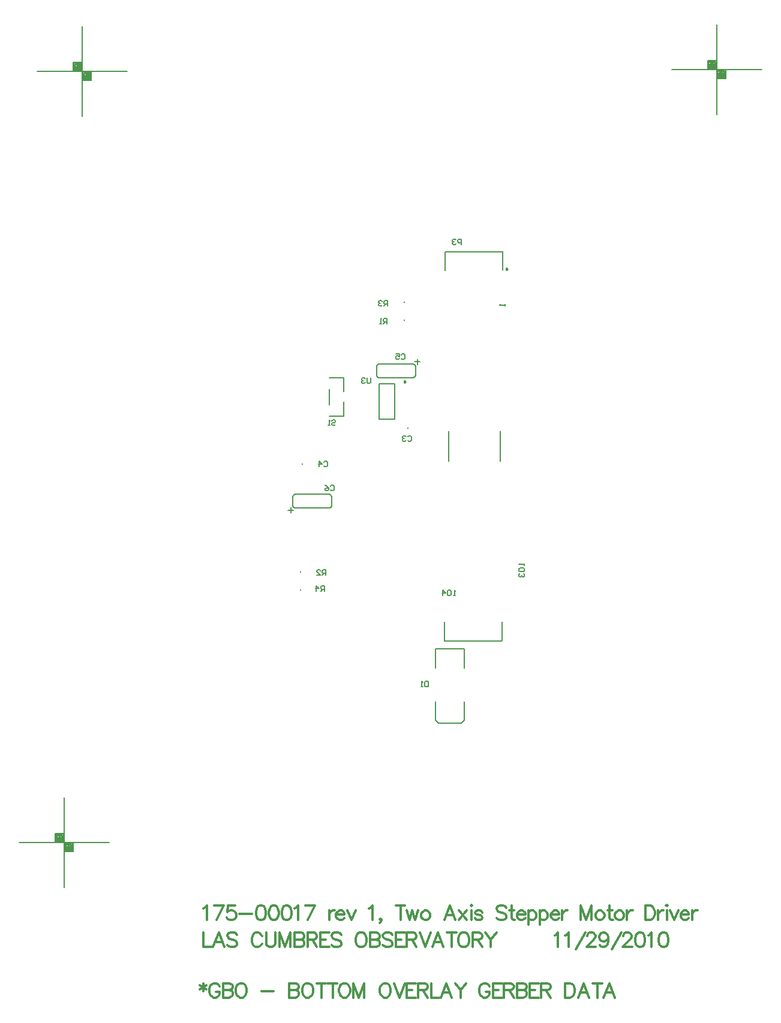
<source format=gbo>
%FSLAX23Y23*%
%MOIN*%
G70*
G01*
G75*
G04 Layer_Color=32896*
%ADD10R,0.079X0.236*%
%ADD11C,0.007*%
%ADD12C,0.050*%
%ADD13C,0.010*%
%ADD14C,0.020*%
%ADD15C,0.012*%
%ADD16C,0.008*%
%ADD17C,0.012*%
%ADD18C,0.012*%
%ADD19C,0.050*%
%ADD20C,0.079*%
%ADD21R,0.079X0.079*%
%ADD22R,0.059X0.059*%
%ADD23C,0.059*%
%ADD24C,0.276*%
%ADD25C,0.219*%
%ADD26C,0.024*%
%ADD27C,0.040*%
%ADD28C,0.065*%
G04:AMPARAMS|DCode=29|XSize=85mil|YSize=85mil|CornerRadius=0mil|HoleSize=0mil|Usage=FLASHONLY|Rotation=0.000|XOffset=0mil|YOffset=0mil|HoleType=Round|Shape=Relief|Width=10mil|Gap=10mil|Entries=4|*
%AMTHD29*
7,0,0,0.085,0.065,0.010,45*
%
%ADD29THD29*%
%ADD30C,0.099*%
G04:AMPARAMS|DCode=31|XSize=119.055mil|YSize=119.055mil|CornerRadius=0mil|HoleSize=0mil|Usage=FLASHONLY|Rotation=0.000|XOffset=0mil|YOffset=0mil|HoleType=Round|Shape=Relief|Width=10mil|Gap=10mil|Entries=4|*
%AMTHD31*
7,0,0,0.119,0.099,0.010,45*
%
%ADD31THD31*%
%ADD32C,0.075*%
%ADD33C,0.197*%
%ADD34C,0.206*%
%ADD35C,0.068*%
G04:AMPARAMS|DCode=36|XSize=70mil|YSize=70mil|CornerRadius=0mil|HoleSize=0mil|Usage=FLASHONLY|Rotation=0.000|XOffset=0mil|YOffset=0mil|HoleType=Round|Shape=Relief|Width=10mil|Gap=10mil|Entries=4|*
%AMTHD36*
7,0,0,0.070,0.050,0.010,45*
%
%ADD36THD36*%
G04:AMPARAMS|DCode=37|XSize=88mil|YSize=88mil|CornerRadius=0mil|HoleSize=0mil|Usage=FLASHONLY|Rotation=0.000|XOffset=0mil|YOffset=0mil|HoleType=Round|Shape=Relief|Width=10mil|Gap=10mil|Entries=4|*
%AMTHD37*
7,0,0,0.088,0.068,0.010,45*
%
%ADD37THD37*%
%ADD38C,0.075*%
%ADD39O,0.079X0.024*%
%ADD40R,0.078X0.048*%
%ADD41R,0.050X0.050*%
%ADD42R,0.130X0.094*%
%ADD43R,0.020X0.709*%
%ADD44R,0.085X0.016*%
%ADD45R,0.059X0.039*%
%ADD46C,0.030*%
%ADD47C,0.005*%
%ADD48C,0.008*%
%ADD49R,0.149X0.227*%
%ADD50R,0.087X0.244*%
%ADD51C,0.087*%
%ADD52R,0.087X0.087*%
%ADD53R,0.067X0.067*%
%ADD54C,0.067*%
%ADD55C,0.284*%
%ADD56C,0.227*%
%ADD57C,0.032*%
%ADD58C,0.058*%
%ADD59O,0.087X0.032*%
%ADD60R,0.086X0.056*%
%ADD61R,0.058X0.058*%
%ADD62R,0.138X0.102*%
%ADD63R,0.067X0.047*%
%ADD64C,0.010*%
%ADD65C,0.010*%
%ADD66C,0.007*%
D11*
X31504Y21446D02*
Y21476D01*
X31489Y21461D02*
X31519D01*
X32207Y22271D02*
Y22301D01*
X32192Y22286D02*
X32222D01*
D15*
X31016Y18832D02*
Y18786D01*
X30997Y18821D02*
X31035Y18798D01*
Y18821D02*
X30997Y18798D01*
X31108Y18813D02*
X31105Y18821D01*
X31097Y18828D01*
X31089Y18832D01*
X31074D01*
X31066Y18828D01*
X31059Y18821D01*
X31055Y18813D01*
X31051Y18802D01*
Y18783D01*
X31055Y18771D01*
X31059Y18763D01*
X31066Y18756D01*
X31074Y18752D01*
X31089D01*
X31097Y18756D01*
X31105Y18763D01*
X31108Y18771D01*
Y18783D01*
X31089D02*
X31108D01*
X31127Y18832D02*
Y18752D01*
Y18832D02*
X31161D01*
X31172Y18828D01*
X31176Y18824D01*
X31180Y18817D01*
Y18809D01*
X31176Y18802D01*
X31172Y18798D01*
X31161Y18794D01*
X31127D02*
X31161D01*
X31172Y18790D01*
X31176Y18786D01*
X31180Y18779D01*
Y18767D01*
X31176Y18760D01*
X31172Y18756D01*
X31161Y18752D01*
X31127D01*
X31221Y18832D02*
X31213Y18828D01*
X31205Y18821D01*
X31202Y18813D01*
X31198Y18802D01*
Y18783D01*
X31202Y18771D01*
X31205Y18763D01*
X31213Y18756D01*
X31221Y18752D01*
X31236D01*
X31244Y18756D01*
X31251Y18763D01*
X31255Y18771D01*
X31259Y18783D01*
Y18802D01*
X31255Y18813D01*
X31251Y18821D01*
X31244Y18828D01*
X31236Y18832D01*
X31221D01*
X31340Y18786D02*
X31409D01*
X31495Y18832D02*
Y18752D01*
Y18832D02*
X31530D01*
X31541Y18828D01*
X31545Y18824D01*
X31549Y18817D01*
Y18809D01*
X31545Y18802D01*
X31541Y18798D01*
X31530Y18794D01*
X31495D02*
X31530D01*
X31541Y18790D01*
X31545Y18786D01*
X31549Y18779D01*
Y18767D01*
X31545Y18760D01*
X31541Y18756D01*
X31530Y18752D01*
X31495D01*
X31589Y18832D02*
X31582Y18828D01*
X31574Y18821D01*
X31570Y18813D01*
X31567Y18802D01*
Y18783D01*
X31570Y18771D01*
X31574Y18763D01*
X31582Y18756D01*
X31589Y18752D01*
X31605D01*
X31612Y18756D01*
X31620Y18763D01*
X31624Y18771D01*
X31627Y18783D01*
Y18802D01*
X31624Y18813D01*
X31620Y18821D01*
X31612Y18828D01*
X31605Y18832D01*
X31589D01*
X31673D02*
Y18752D01*
X31646Y18832D02*
X31699D01*
X31736D02*
Y18752D01*
X31709Y18832D02*
X31762D01*
X31795D02*
X31787Y18828D01*
X31779Y18821D01*
X31776Y18813D01*
X31772Y18802D01*
Y18783D01*
X31776Y18771D01*
X31779Y18763D01*
X31787Y18756D01*
X31795Y18752D01*
X31810D01*
X31818Y18756D01*
X31825Y18763D01*
X31829Y18771D01*
X31833Y18783D01*
Y18802D01*
X31829Y18813D01*
X31825Y18821D01*
X31818Y18828D01*
X31810Y18832D01*
X31795D01*
X31851D02*
Y18752D01*
Y18832D02*
X31882Y18752D01*
X31912Y18832D02*
X31882Y18752D01*
X31912Y18832D02*
Y18752D01*
X32021Y18832D02*
X32013Y18828D01*
X32006Y18821D01*
X32002Y18813D01*
X31998Y18802D01*
Y18783D01*
X32002Y18771D01*
X32006Y18763D01*
X32013Y18756D01*
X32021Y18752D01*
X32036D01*
X32044Y18756D01*
X32051Y18763D01*
X32055Y18771D01*
X32059Y18783D01*
Y18802D01*
X32055Y18813D01*
X32051Y18821D01*
X32044Y18828D01*
X32036Y18832D01*
X32021D01*
X32078D02*
X32108Y18752D01*
X32139Y18832D02*
X32108Y18752D01*
X32198Y18832D02*
X32149D01*
Y18752D01*
X32198D01*
X32149Y18794D02*
X32179D01*
X32212Y18832D02*
Y18752D01*
Y18832D02*
X32246D01*
X32257Y18828D01*
X32261Y18824D01*
X32265Y18817D01*
Y18809D01*
X32261Y18802D01*
X32257Y18798D01*
X32246Y18794D01*
X32212D01*
X32238D02*
X32265Y18752D01*
X32283Y18832D02*
Y18752D01*
X32329D01*
X32398D02*
X32368Y18832D01*
X32337Y18752D01*
X32349Y18779D02*
X32387D01*
X32417Y18832D02*
X32447Y18794D01*
Y18752D01*
X32478Y18832D02*
X32447Y18794D01*
X32608Y18813D02*
X32604Y18821D01*
X32597Y18828D01*
X32589Y18832D01*
X32574D01*
X32566Y18828D01*
X32559Y18821D01*
X32555Y18813D01*
X32551Y18802D01*
Y18783D01*
X32555Y18771D01*
X32559Y18763D01*
X32566Y18756D01*
X32574Y18752D01*
X32589D01*
X32597Y18756D01*
X32604Y18763D01*
X32608Y18771D01*
Y18783D01*
X32589D02*
X32608D01*
X32676Y18832D02*
X32627D01*
Y18752D01*
X32676D01*
X32627Y18794D02*
X32657D01*
X32689Y18832D02*
Y18752D01*
Y18832D02*
X32724D01*
X32735Y18828D01*
X32739Y18824D01*
X32743Y18817D01*
Y18809D01*
X32739Y18802D01*
X32735Y18798D01*
X32724Y18794D01*
X32689D01*
X32716D02*
X32743Y18752D01*
X32761Y18832D02*
Y18752D01*
Y18832D02*
X32795D01*
X32806Y18828D01*
X32810Y18824D01*
X32814Y18817D01*
Y18809D01*
X32810Y18802D01*
X32806Y18798D01*
X32795Y18794D01*
X32761D02*
X32795D01*
X32806Y18790D01*
X32810Y18786D01*
X32814Y18779D01*
Y18767D01*
X32810Y18760D01*
X32806Y18756D01*
X32795Y18752D01*
X32761D01*
X32881Y18832D02*
X32832D01*
Y18752D01*
X32881D01*
X32832Y18794D02*
X32862D01*
X32895Y18832D02*
Y18752D01*
Y18832D02*
X32929D01*
X32940Y18828D01*
X32944Y18824D01*
X32948Y18817D01*
Y18809D01*
X32944Y18802D01*
X32940Y18798D01*
X32929Y18794D01*
X32895D01*
X32921D02*
X32948Y18752D01*
X33029Y18832D02*
Y18752D01*
Y18832D02*
X33055D01*
X33067Y18828D01*
X33074Y18821D01*
X33078Y18813D01*
X33082Y18802D01*
Y18783D01*
X33078Y18771D01*
X33074Y18763D01*
X33067Y18756D01*
X33055Y18752D01*
X33029D01*
X33161D02*
X33130Y18832D01*
X33100Y18752D01*
X33111Y18779D02*
X33149D01*
X33206Y18832D02*
Y18752D01*
X33180Y18832D02*
X33233D01*
X33303Y18752D02*
X33273Y18832D01*
X33242Y18752D01*
X33254Y18779D02*
X33292D01*
D16*
X31515Y21487D02*
X31519Y21477D01*
X31529Y21473D01*
Y21549D02*
X31519Y21545D01*
X31515Y21535D01*
X31731D02*
X31727Y21545D01*
X31717Y21549D01*
Y21473D02*
X31727Y21477D01*
X31731Y21487D01*
X32196Y22260D02*
X32192Y22270D01*
X32182Y22274D01*
Y22198D02*
X32192Y22202D01*
X32196Y22212D01*
X31980D02*
X31984Y22202D01*
X31994Y22198D01*
Y22274D02*
X31984Y22270D01*
X31980Y22260D01*
X31731Y21487D02*
Y21535D01*
X31515Y21487D02*
Y21535D01*
X31529Y21473D02*
X31717D01*
X31529Y21549D02*
X31717D01*
X31980Y22212D02*
Y22260D01*
X32196Y22212D02*
Y22260D01*
X31994Y22274D02*
X32182D01*
X31994Y22198D02*
X32182D01*
X33620Y23910D02*
X34120D01*
X33870Y23660D02*
Y24160D01*
X33820Y23910D02*
Y23960D01*
X33870D01*
X33920Y23860D02*
Y23910D01*
X33870Y23860D02*
X33920D01*
X33875Y23905D02*
X33915D01*
Y23865D02*
Y23905D01*
X33875Y23865D02*
X33915D01*
X33875D02*
Y23905D01*
X33880Y23900D02*
X33910D01*
Y23870D02*
Y23900D01*
X33880Y23870D02*
X33910D01*
X33880D02*
Y23895D01*
X33885D02*
X33905D01*
Y23875D02*
Y23895D01*
X33885Y23875D02*
X33905D01*
X33885D02*
Y23890D01*
X33890D02*
X33900D01*
Y23880D02*
Y23890D01*
X33890Y23880D02*
X33900D01*
X33890D02*
Y23890D01*
Y23885D02*
X33900D01*
X33825Y23955D02*
X33865D01*
Y23915D02*
Y23955D01*
X33825Y23915D02*
X33865D01*
X33825D02*
Y23955D01*
X33830Y23950D02*
X33860D01*
Y23920D02*
Y23950D01*
X33830Y23920D02*
X33860D01*
X33830D02*
Y23945D01*
X33835D02*
X33855D01*
Y23925D02*
Y23945D01*
X33835Y23925D02*
X33855D01*
X33835D02*
Y23940D01*
X33840D02*
X33850D01*
Y23930D02*
Y23940D01*
X33840Y23930D02*
X33850D01*
X33840D02*
Y23940D01*
Y23935D02*
X33850D01*
X30094Y23901D02*
X30594D01*
X30344Y23651D02*
Y24151D01*
X30294Y23901D02*
Y23951D01*
X30344D01*
X30394Y23851D02*
Y23901D01*
X30344Y23851D02*
X30394D01*
X30349Y23896D02*
X30389D01*
Y23856D02*
Y23896D01*
X30349Y23856D02*
X30389D01*
X30349D02*
Y23896D01*
X30354Y23891D02*
X30384D01*
Y23861D02*
Y23891D01*
X30354Y23861D02*
X30384D01*
X30354D02*
Y23886D01*
X30359D02*
X30379D01*
Y23866D02*
Y23886D01*
X30359Y23866D02*
X30379D01*
X30359D02*
Y23881D01*
X30364D02*
X30374D01*
Y23871D02*
Y23881D01*
X30364Y23871D02*
X30374D01*
X30364D02*
Y23881D01*
Y23876D02*
X30374D01*
X30299Y23946D02*
X30339D01*
Y23906D02*
Y23946D01*
X30299Y23906D02*
X30339D01*
X30299D02*
Y23946D01*
X30304Y23941D02*
X30334D01*
Y23911D02*
Y23941D01*
X30304Y23911D02*
X30334D01*
X30304D02*
Y23936D01*
X30309D02*
X30329D01*
Y23916D02*
Y23936D01*
X30309Y23916D02*
X30329D01*
X30309D02*
Y23931D01*
X30314D02*
X30324D01*
Y23921D02*
Y23931D01*
X30314Y23921D02*
X30324D01*
X30314D02*
Y23931D01*
Y23926D02*
X30324D01*
X29995Y19615D02*
X30495D01*
X30245Y19365D02*
Y19865D01*
X30195Y19615D02*
Y19665D01*
X30245D01*
X30295Y19565D02*
Y19615D01*
X30245Y19565D02*
X30295D01*
X30250Y19610D02*
X30290D01*
Y19570D02*
Y19610D01*
X30250Y19570D02*
X30290D01*
X30250D02*
Y19610D01*
X30255Y19605D02*
X30285D01*
Y19575D02*
Y19605D01*
X30255Y19575D02*
X30285D01*
X30255D02*
Y19600D01*
X30260D02*
X30280D01*
Y19580D02*
Y19600D01*
X30260Y19580D02*
X30280D01*
X30260D02*
Y19595D01*
X30265D02*
X30275D01*
Y19585D02*
Y19595D01*
X30265Y19585D02*
X30275D01*
X30265D02*
Y19595D01*
Y19590D02*
X30275D01*
X30200Y19660D02*
X30240D01*
Y19620D02*
Y19660D01*
X30200Y19620D02*
X30240D01*
X30200D02*
Y19660D01*
X30205Y19655D02*
X30235D01*
Y19625D02*
Y19655D01*
X30205Y19625D02*
X30235D01*
X30205D02*
Y19650D01*
X30210D02*
X30230D01*
Y19630D02*
Y19650D01*
X30210Y19630D02*
X30230D01*
X30210D02*
Y19645D01*
X30215D02*
X30225D01*
Y19635D02*
Y19645D01*
X30215Y19635D02*
X30225D01*
X30215D02*
Y19645D01*
Y19640D02*
X30225D01*
D17*
X31018Y19247D02*
X31025Y19251D01*
X31037Y19263D01*
Y19183D01*
X31130Y19263D02*
X31092Y19183D01*
X31076Y19263D02*
X31130D01*
X31193D02*
X31155D01*
X31151Y19228D01*
X31155Y19232D01*
X31167Y19236D01*
X31178D01*
X31190Y19232D01*
X31197Y19225D01*
X31201Y19213D01*
Y19205D01*
X31197Y19194D01*
X31190Y19186D01*
X31178Y19183D01*
X31167D01*
X31155Y19186D01*
X31151Y19190D01*
X31148Y19198D01*
X31219Y19217D02*
X31287D01*
X31334Y19263D02*
X31322Y19259D01*
X31315Y19247D01*
X31311Y19228D01*
Y19217D01*
X31315Y19198D01*
X31322Y19186D01*
X31334Y19183D01*
X31342D01*
X31353Y19186D01*
X31361Y19198D01*
X31364Y19217D01*
Y19228D01*
X31361Y19247D01*
X31353Y19259D01*
X31342Y19263D01*
X31334D01*
X31405D02*
X31394Y19259D01*
X31386Y19247D01*
X31382Y19228D01*
Y19217D01*
X31386Y19198D01*
X31394Y19186D01*
X31405Y19183D01*
X31413D01*
X31424Y19186D01*
X31432Y19198D01*
X31436Y19217D01*
Y19228D01*
X31432Y19247D01*
X31424Y19259D01*
X31413Y19263D01*
X31405D01*
X31476D02*
X31465Y19259D01*
X31457Y19247D01*
X31454Y19228D01*
Y19217D01*
X31457Y19198D01*
X31465Y19186D01*
X31476Y19183D01*
X31484D01*
X31495Y19186D01*
X31503Y19198D01*
X31507Y19217D01*
Y19228D01*
X31503Y19247D01*
X31495Y19259D01*
X31484Y19263D01*
X31476D01*
X31525Y19247D02*
X31532Y19251D01*
X31544Y19263D01*
Y19183D01*
X31637Y19263D02*
X31599Y19183D01*
X31583Y19263D02*
X31637D01*
X31717Y19236D02*
Y19183D01*
Y19213D02*
X31721Y19225D01*
X31729Y19232D01*
X31736Y19236D01*
X31748D01*
X31755Y19213D02*
X31801D01*
Y19221D01*
X31797Y19228D01*
X31793Y19232D01*
X31786Y19236D01*
X31774D01*
X31767Y19232D01*
X31759Y19225D01*
X31755Y19213D01*
Y19205D01*
X31759Y19194D01*
X31767Y19186D01*
X31774Y19183D01*
X31786D01*
X31793Y19186D01*
X31801Y19194D01*
X31818Y19236D02*
X31841Y19183D01*
X31864Y19236D02*
X31841Y19183D01*
X31939Y19247D02*
X31947Y19251D01*
X31959Y19263D01*
Y19183D01*
X32006Y19186D02*
X32002Y19183D01*
X31998Y19186D01*
X32002Y19190D01*
X32006Y19186D01*
Y19179D01*
X32002Y19171D01*
X31998Y19167D01*
X32113Y19263D02*
Y19183D01*
X32086Y19263D02*
X32139D01*
X32149Y19236D02*
X32164Y19183D01*
X32179Y19236D02*
X32164Y19183D01*
X32179Y19236D02*
X32195Y19183D01*
X32210Y19236D02*
X32195Y19183D01*
X32248Y19236D02*
X32240Y19232D01*
X32232Y19225D01*
X32229Y19213D01*
Y19205D01*
X32232Y19194D01*
X32240Y19186D01*
X32248Y19183D01*
X32259D01*
X32267Y19186D01*
X32274Y19194D01*
X32278Y19205D01*
Y19213D01*
X32274Y19225D01*
X32267Y19232D01*
X32259Y19236D01*
X32248D01*
X32419Y19183D02*
X32389Y19263D01*
X32358Y19183D01*
X32370Y19209D02*
X32408D01*
X32438Y19236D02*
X32480Y19183D01*
Y19236D02*
X32438Y19183D01*
X32504Y19263D02*
X32508Y19259D01*
X32512Y19263D01*
X32508Y19266D01*
X32504Y19263D01*
X32508Y19236D02*
Y19183D01*
X32568Y19225D02*
X32564Y19232D01*
X32553Y19236D01*
X32541D01*
X32530Y19232D01*
X32526Y19225D01*
X32530Y19217D01*
X32537Y19213D01*
X32557Y19209D01*
X32564Y19205D01*
X32568Y19198D01*
Y19194D01*
X32564Y19186D01*
X32553Y19183D01*
X32541D01*
X32530Y19186D01*
X32526Y19194D01*
X32701Y19251D02*
X32693Y19259D01*
X32682Y19263D01*
X32667D01*
X32655Y19259D01*
X32648Y19251D01*
Y19244D01*
X32651Y19236D01*
X32655Y19232D01*
X32663Y19228D01*
X32686Y19221D01*
X32693Y19217D01*
X32697Y19213D01*
X32701Y19205D01*
Y19194D01*
X32693Y19186D01*
X32682Y19183D01*
X32667D01*
X32655Y19186D01*
X32648Y19194D01*
X32730Y19263D02*
Y19198D01*
X32734Y19186D01*
X32742Y19183D01*
X32749D01*
X32719Y19236D02*
X32745D01*
X32761Y19213D02*
X32806D01*
Y19221D01*
X32803Y19228D01*
X32799Y19232D01*
X32791Y19236D01*
X32780D01*
X32772Y19232D01*
X32764Y19225D01*
X32761Y19213D01*
Y19205D01*
X32764Y19194D01*
X32772Y19186D01*
X32780Y19183D01*
X32791D01*
X32799Y19186D01*
X32806Y19194D01*
X32823Y19236D02*
Y19156D01*
Y19225D02*
X32831Y19232D01*
X32839Y19236D01*
X32850D01*
X32858Y19232D01*
X32865Y19225D01*
X32869Y19213D01*
Y19205D01*
X32865Y19194D01*
X32858Y19186D01*
X32850Y19183D01*
X32839D01*
X32831Y19186D01*
X32823Y19194D01*
X32886Y19236D02*
Y19156D01*
Y19225D02*
X32894Y19232D01*
X32902Y19236D01*
X32913D01*
X32921Y19232D01*
X32928Y19225D01*
X32932Y19213D01*
Y19205D01*
X32928Y19194D01*
X32921Y19186D01*
X32913Y19183D01*
X32902D01*
X32894Y19186D01*
X32886Y19194D01*
X32949Y19213D02*
X32995D01*
Y19221D01*
X32991Y19228D01*
X32987Y19232D01*
X32980Y19236D01*
X32968D01*
X32961Y19232D01*
X32953Y19225D01*
X32949Y19213D01*
Y19205D01*
X32953Y19194D01*
X32961Y19186D01*
X32968Y19183D01*
X32980D01*
X32987Y19186D01*
X32995Y19194D01*
X33012Y19236D02*
Y19183D01*
Y19213D02*
X33016Y19225D01*
X33023Y19232D01*
X33031Y19236D01*
X33042D01*
X33113Y19263D02*
Y19183D01*
Y19263D02*
X33143Y19183D01*
X33174Y19263D02*
X33143Y19183D01*
X33174Y19263D02*
Y19183D01*
X33215Y19236D02*
X33208Y19232D01*
X33200Y19225D01*
X33196Y19213D01*
Y19205D01*
X33200Y19194D01*
X33208Y19186D01*
X33215Y19183D01*
X33227D01*
X33234Y19186D01*
X33242Y19194D01*
X33246Y19205D01*
Y19213D01*
X33242Y19225D01*
X33234Y19232D01*
X33227Y19236D01*
X33215D01*
X33275Y19263D02*
Y19198D01*
X33279Y19186D01*
X33286Y19183D01*
X33294D01*
X33263Y19236D02*
X33290D01*
X33324D02*
X33317Y19232D01*
X33309Y19225D01*
X33305Y19213D01*
Y19205D01*
X33309Y19194D01*
X33317Y19186D01*
X33324Y19183D01*
X33336D01*
X33343Y19186D01*
X33351Y19194D01*
X33355Y19205D01*
Y19213D01*
X33351Y19225D01*
X33343Y19232D01*
X33336Y19236D01*
X33324D01*
X33372D02*
Y19183D01*
Y19213D02*
X33376Y19225D01*
X33384Y19232D01*
X33391Y19236D01*
X33403D01*
X33473Y19263D02*
Y19183D01*
Y19263D02*
X33500D01*
X33511Y19259D01*
X33519Y19251D01*
X33522Y19244D01*
X33526Y19232D01*
Y19213D01*
X33522Y19202D01*
X33519Y19194D01*
X33511Y19186D01*
X33500Y19183D01*
X33473D01*
X33544Y19236D02*
Y19183D01*
Y19213D02*
X33548Y19225D01*
X33556Y19232D01*
X33563Y19236D01*
X33575D01*
X33589Y19263D02*
X33593Y19259D01*
X33597Y19263D01*
X33593Y19266D01*
X33589Y19263D01*
X33593Y19236D02*
Y19183D01*
X33611Y19236D02*
X33634Y19183D01*
X33657Y19236D02*
X33634Y19183D01*
X33670Y19213D02*
X33715D01*
Y19221D01*
X33712Y19228D01*
X33708Y19232D01*
X33700Y19236D01*
X33689D01*
X33681Y19232D01*
X33674Y19225D01*
X33670Y19213D01*
Y19205D01*
X33674Y19194D01*
X33681Y19186D01*
X33689Y19183D01*
X33700D01*
X33708Y19186D01*
X33715Y19194D01*
X33733Y19236D02*
Y19183D01*
Y19213D02*
X33736Y19225D01*
X33744Y19232D01*
X33752Y19236D01*
X33763D01*
D18*
X31018Y19113D02*
Y19033D01*
X31063D01*
X31133D02*
X31103Y19113D01*
X31072Y19033D01*
X31084Y19059D02*
X31122D01*
X31205Y19101D02*
X31198Y19109D01*
X31186Y19113D01*
X31171D01*
X31159Y19109D01*
X31152Y19101D01*
Y19094D01*
X31156Y19086D01*
X31159Y19082D01*
X31167Y19078D01*
X31190Y19071D01*
X31198Y19067D01*
X31201Y19063D01*
X31205Y19055D01*
Y19044D01*
X31198Y19036D01*
X31186Y19033D01*
X31171D01*
X31159Y19036D01*
X31152Y19044D01*
X31343Y19094D02*
X31339Y19101D01*
X31332Y19109D01*
X31324Y19113D01*
X31309D01*
X31301Y19109D01*
X31294Y19101D01*
X31290Y19094D01*
X31286Y19082D01*
Y19063D01*
X31290Y19052D01*
X31294Y19044D01*
X31301Y19036D01*
X31309Y19033D01*
X31324D01*
X31332Y19036D01*
X31339Y19044D01*
X31343Y19052D01*
X31366Y19113D02*
Y19055D01*
X31369Y19044D01*
X31377Y19036D01*
X31388Y19033D01*
X31396D01*
X31407Y19036D01*
X31415Y19044D01*
X31419Y19055D01*
Y19113D01*
X31441D02*
Y19033D01*
Y19113D02*
X31471Y19033D01*
X31502Y19113D02*
X31471Y19033D01*
X31502Y19113D02*
Y19033D01*
X31525Y19113D02*
Y19033D01*
Y19113D02*
X31559D01*
X31570Y19109D01*
X31574Y19105D01*
X31578Y19097D01*
Y19090D01*
X31574Y19082D01*
X31570Y19078D01*
X31559Y19075D01*
X31525D02*
X31559D01*
X31570Y19071D01*
X31574Y19067D01*
X31578Y19059D01*
Y19048D01*
X31574Y19040D01*
X31570Y19036D01*
X31559Y19033D01*
X31525D01*
X31596Y19113D02*
Y19033D01*
Y19113D02*
X31630D01*
X31642Y19109D01*
X31645Y19105D01*
X31649Y19097D01*
Y19090D01*
X31645Y19082D01*
X31642Y19078D01*
X31630Y19075D01*
X31596D01*
X31623D02*
X31649Y19033D01*
X31717Y19113D02*
X31667D01*
Y19033D01*
X31717D01*
X31667Y19075D02*
X31698D01*
X31783Y19101D02*
X31776Y19109D01*
X31764Y19113D01*
X31749D01*
X31738Y19109D01*
X31730Y19101D01*
Y19094D01*
X31734Y19086D01*
X31738Y19082D01*
X31745Y19078D01*
X31768Y19071D01*
X31776Y19067D01*
X31780Y19063D01*
X31783Y19055D01*
Y19044D01*
X31776Y19036D01*
X31764Y19033D01*
X31749D01*
X31738Y19036D01*
X31730Y19044D01*
X31887Y19113D02*
X31879Y19109D01*
X31872Y19101D01*
X31868Y19094D01*
X31864Y19082D01*
Y19063D01*
X31868Y19052D01*
X31872Y19044D01*
X31879Y19036D01*
X31887Y19033D01*
X31902D01*
X31910Y19036D01*
X31917Y19044D01*
X31921Y19052D01*
X31925Y19063D01*
Y19082D01*
X31921Y19094D01*
X31917Y19101D01*
X31910Y19109D01*
X31902Y19113D01*
X31887D01*
X31944D02*
Y19033D01*
Y19113D02*
X31978D01*
X31989Y19109D01*
X31993Y19105D01*
X31997Y19097D01*
Y19090D01*
X31993Y19082D01*
X31989Y19078D01*
X31978Y19075D01*
X31944D02*
X31978D01*
X31989Y19071D01*
X31993Y19067D01*
X31997Y19059D01*
Y19048D01*
X31993Y19040D01*
X31989Y19036D01*
X31978Y19033D01*
X31944D01*
X32068Y19101D02*
X32061Y19109D01*
X32049Y19113D01*
X32034D01*
X32023Y19109D01*
X32015Y19101D01*
Y19094D01*
X32019Y19086D01*
X32023Y19082D01*
X32030Y19078D01*
X32053Y19071D01*
X32061Y19067D01*
X32064Y19063D01*
X32068Y19055D01*
Y19044D01*
X32061Y19036D01*
X32049Y19033D01*
X32034D01*
X32023Y19036D01*
X32015Y19044D01*
X32136Y19113D02*
X32086D01*
Y19033D01*
X32136D01*
X32086Y19075D02*
X32117D01*
X32149Y19113D02*
Y19033D01*
Y19113D02*
X32183D01*
X32195Y19109D01*
X32198Y19105D01*
X32202Y19097D01*
Y19090D01*
X32198Y19082D01*
X32195Y19078D01*
X32183Y19075D01*
X32149D01*
X32176D02*
X32202Y19033D01*
X32220Y19113D02*
X32251Y19033D01*
X32281Y19113D02*
X32251Y19033D01*
X32352D02*
X32322Y19113D01*
X32291Y19033D01*
X32303Y19059D02*
X32341D01*
X32398Y19113D02*
Y19033D01*
X32371Y19113D02*
X32424D01*
X32457D02*
X32449Y19109D01*
X32441Y19101D01*
X32438Y19094D01*
X32434Y19082D01*
Y19063D01*
X32438Y19052D01*
X32441Y19044D01*
X32449Y19036D01*
X32457Y19033D01*
X32472D01*
X32480Y19036D01*
X32487Y19044D01*
X32491Y19052D01*
X32495Y19063D01*
Y19082D01*
X32491Y19094D01*
X32487Y19101D01*
X32480Y19109D01*
X32472Y19113D01*
X32457D01*
X32513D02*
Y19033D01*
Y19113D02*
X32548D01*
X32559Y19109D01*
X32563Y19105D01*
X32567Y19097D01*
Y19090D01*
X32563Y19082D01*
X32559Y19078D01*
X32548Y19075D01*
X32513D01*
X32540D02*
X32567Y19033D01*
X32585Y19113D02*
X32615Y19075D01*
Y19033D01*
X32646Y19113D02*
X32615Y19075D01*
X32970Y19097D02*
X32978Y19101D01*
X32989Y19113D01*
Y19033D01*
X33029Y19097D02*
X33036Y19101D01*
X33048Y19113D01*
Y19033D01*
X33087Y19021D02*
X33141Y19113D01*
X33150Y19094D02*
Y19097D01*
X33154Y19105D01*
X33158Y19109D01*
X33165Y19113D01*
X33180D01*
X33188Y19109D01*
X33192Y19105D01*
X33196Y19097D01*
Y19090D01*
X33192Y19082D01*
X33184Y19071D01*
X33146Y19033D01*
X33199D01*
X33267Y19086D02*
X33263Y19075D01*
X33255Y19067D01*
X33244Y19063D01*
X33240D01*
X33229Y19067D01*
X33221Y19075D01*
X33217Y19086D01*
Y19090D01*
X33221Y19101D01*
X33229Y19109D01*
X33240Y19113D01*
X33244D01*
X33255Y19109D01*
X33263Y19101D01*
X33267Y19086D01*
Y19067D01*
X33263Y19048D01*
X33255Y19036D01*
X33244Y19033D01*
X33236D01*
X33225Y19036D01*
X33221Y19044D01*
X33289Y19021D02*
X33342Y19113D01*
X33351Y19094D02*
Y19097D01*
X33355Y19105D01*
X33359Y19109D01*
X33366Y19113D01*
X33381D01*
X33389Y19109D01*
X33393Y19105D01*
X33397Y19097D01*
Y19090D01*
X33393Y19082D01*
X33385Y19071D01*
X33347Y19033D01*
X33401D01*
X33441Y19113D02*
X33430Y19109D01*
X33422Y19097D01*
X33418Y19078D01*
Y19067D01*
X33422Y19048D01*
X33430Y19036D01*
X33441Y19033D01*
X33449D01*
X33460Y19036D01*
X33468Y19048D01*
X33472Y19067D01*
Y19078D01*
X33468Y19097D01*
X33460Y19109D01*
X33449Y19113D01*
X33441D01*
X33490Y19097D02*
X33497Y19101D01*
X33509Y19113D01*
Y19033D01*
X33571Y19113D02*
X33560Y19109D01*
X33552Y19097D01*
X33548Y19078D01*
Y19067D01*
X33552Y19048D01*
X33560Y19036D01*
X33571Y19033D01*
X33579D01*
X33590Y19036D01*
X33598Y19048D01*
X33602Y19067D01*
Y19078D01*
X33598Y19097D01*
X33590Y19109D01*
X33579Y19113D01*
X33571D01*
D47*
X31947Y22196D02*
Y22171D01*
X31942Y22166D01*
X31932D01*
X31927Y22171D01*
Y22196D01*
X31917Y22191D02*
X31912Y22196D01*
X31902D01*
X31897Y22191D01*
Y22186D01*
X31902Y22181D01*
X31907D01*
X31902D01*
X31897Y22176D01*
Y22171D01*
X31902Y22166D01*
X31912D01*
X31917Y22171D01*
X31724Y21595D02*
X31729Y21600D01*
X31739D01*
X31744Y21595D01*
Y21575D01*
X31739Y21570D01*
X31729D01*
X31724Y21575D01*
X31694Y21600D02*
X31704Y21595D01*
X31714Y21585D01*
Y21575D01*
X31709Y21570D01*
X31699D01*
X31694Y21575D01*
Y21580D01*
X31699Y21585D01*
X31714D01*
X31690Y21011D02*
Y21041D01*
X31675D01*
X31670Y21036D01*
Y21026D01*
X31675Y21021D01*
X31690D01*
X31680D02*
X31670Y21011D01*
X31645D02*
Y21041D01*
X31660Y21026D01*
X31640D01*
X32267Y20510D02*
Y20480D01*
X32252D01*
X32247Y20485D01*
Y20505D01*
X32252Y20510D01*
X32267D01*
X32237Y20480D02*
X32227D01*
X32232D01*
Y20510D01*
X32237Y20505D01*
X32452Y22938D02*
Y22968D01*
X32437D01*
X32432Y22963D01*
Y22953D01*
X32437Y22948D01*
X32452D01*
X32422Y22963D02*
X32417Y22968D01*
X32407D01*
X32402Y22963D01*
Y22958D01*
X32407Y22953D01*
X32412D01*
X32407D01*
X32402Y22948D01*
Y22943D01*
X32407Y22938D01*
X32417D01*
X32422Y22943D01*
X32801Y21164D02*
Y21154D01*
Y21159D01*
X32771D01*
X32776Y21164D01*
Y21139D02*
X32771Y21134D01*
Y21124D01*
X32776Y21119D01*
X32796D01*
X32801Y21124D01*
Y21134D01*
X32796Y21139D01*
X32776D01*
Y21109D02*
X32771Y21104D01*
Y21094D01*
X32776Y21089D01*
X32781D01*
X32786Y21094D01*
Y21099D01*
Y21094D01*
X32791Y21089D01*
X32796D01*
X32801Y21094D01*
Y21104D01*
X32796Y21109D01*
X32419Y20986D02*
X32409D01*
X32414D01*
Y21016D01*
X32419Y21011D01*
X32394D02*
X32389Y21016D01*
X32379D01*
X32374Y21011D01*
Y20991D01*
X32379Y20986D01*
X32389D01*
X32394Y20991D01*
Y21011D01*
X32349Y20986D02*
Y21016D01*
X32364Y21001D01*
X32344D01*
X32695Y22607D02*
Y22597D01*
Y22602D01*
X32665D01*
X32670Y22607D01*
X31732Y21958D02*
X31737Y21963D01*
X31747D01*
X31752Y21958D01*
Y21953D01*
X31747Y21948D01*
X31737D01*
X31732Y21943D01*
Y21938D01*
X31737Y21933D01*
X31747D01*
X31752Y21938D01*
X31722Y21933D02*
X31712D01*
X31717D01*
Y21963D01*
X31722Y21958D01*
X32153Y21870D02*
X32158Y21875D01*
X32168D01*
X32173Y21870D01*
Y21850D01*
X32168Y21845D01*
X32158D01*
X32153Y21850D01*
X32143Y21870D02*
X32138Y21875D01*
X32128D01*
X32123Y21870D01*
Y21865D01*
X32128Y21860D01*
X32133D01*
X32128D01*
X32123Y21855D01*
Y21850D01*
X32128Y21845D01*
X32138D01*
X32143Y21850D01*
X31686Y21728D02*
X31691Y21733D01*
X31701D01*
X31706Y21728D01*
Y21708D01*
X31701Y21703D01*
X31691D01*
X31686Y21708D01*
X31661Y21703D02*
Y21733D01*
X31676Y21718D01*
X31656D01*
X32116Y22325D02*
X32121Y22330D01*
X32131D01*
X32136Y22325D01*
Y22305D01*
X32131Y22300D01*
X32121D01*
X32116Y22305D01*
X32086Y22330D02*
X32106D01*
Y22315D01*
X32096Y22320D01*
X32091D01*
X32086Y22315D01*
Y22305D01*
X32091Y22300D01*
X32101D01*
X32106Y22305D01*
X32039Y22498D02*
Y22528D01*
X32024D01*
X32019Y22523D01*
Y22513D01*
X32024Y22508D01*
X32039D01*
X32029D02*
X32019Y22498D01*
X32009D02*
X31999D01*
X32004D01*
Y22528D01*
X32009Y22523D01*
X31699Y21099D02*
Y21129D01*
X31684D01*
X31679Y21124D01*
Y21114D01*
X31684Y21109D01*
X31699D01*
X31689D02*
X31679Y21099D01*
X31649D02*
X31669D01*
X31649Y21119D01*
Y21124D01*
X31654Y21129D01*
X31664D01*
X31669Y21124D01*
X32041Y22596D02*
Y22626D01*
X32027D01*
X32022Y22621D01*
Y22611D01*
X32027Y22606D01*
X32041D01*
X32031D02*
X32022Y22596D01*
X32012Y22621D02*
X32007Y22626D01*
X31997D01*
X31992Y22621D01*
Y22616D01*
X31997Y22611D01*
X32002D01*
X31997D01*
X31992Y22606D01*
Y22601D01*
X31997Y22596D01*
X32007D01*
X32012Y22601D01*
D48*
X32081Y21968D02*
Y22164D01*
X31994Y21968D02*
Y22164D01*
X32081D01*
X31994Y21968D02*
X32081D01*
X32468Y20295D02*
Y20398D01*
X32451Y20277D02*
X32468Y20295D01*
X32307D02*
X32325Y20277D01*
X32307Y20585D02*
Y20691D01*
X32468Y20585D02*
Y20691D01*
X32307D02*
X32468D01*
X32325Y20277D02*
X32451D01*
X32307Y20295D02*
Y20398D01*
X32669Y21733D02*
Y21900D01*
X32382Y21733D02*
Y21900D01*
X32677Y20738D02*
Y20841D01*
X32358Y20737D02*
Y20840D01*
X32681Y22796D02*
Y22899D01*
X32361Y22795D02*
Y22898D01*
X32356Y20734D02*
X32675D01*
X32441Y22898D02*
X32600D01*
X32680D01*
X32361D02*
X32441D01*
D64*
X32141Y22175D02*
X32134Y22179D01*
Y22170D01*
X32141Y22175D01*
X32709Y22802D02*
X32701Y22806D01*
Y22798D01*
X32709Y22802D01*
D65*
X31559Y21016D02*
D03*
X32154Y21916D02*
D03*
X31569Y21716D02*
D03*
X32134Y22516D02*
D03*
X31559Y21116D02*
D03*
X32134Y22616D02*
D03*
D66*
X31797Y22119D02*
Y22197D01*
X31718D02*
X31797D01*
X31718Y22048D02*
Y22134D01*
Y21985D02*
X31797D01*
Y22064D01*
M02*

</source>
